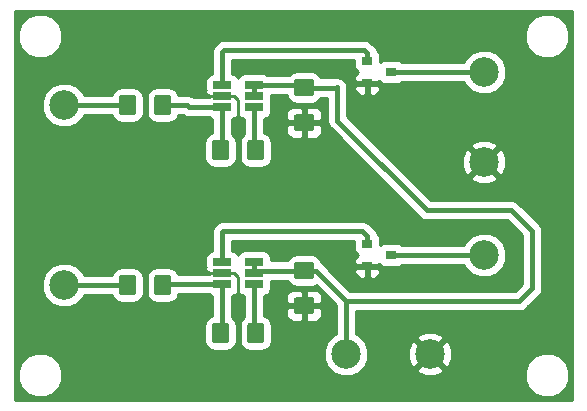
<source format=gbr>
G04 #@! TF.GenerationSoftware,KiCad,Pcbnew,5.0.2+dfsg1-1*
G04 #@! TF.CreationDate,2019-12-28T21:20:38-05:00*
G04 #@! TF.ProjectId,2001captchpad,32303031-6361-4707-9463-687061642e6b,rev?*
G04 #@! TF.SameCoordinates,Original*
G04 #@! TF.FileFunction,Copper,L1,Top*
G04 #@! TF.FilePolarity,Positive*
%FSLAX46Y46*%
G04 Gerber Fmt 4.6, Leading zero omitted, Abs format (unit mm)*
G04 Created by KiCad (PCBNEW 5.0.2+dfsg1-1) date Sat 28 Dec 2019 09:20:38 PM EST*
%MOMM*%
%LPD*%
G01*
G04 APERTURE LIST*
G04 #@! TA.AperFunction,Conductor*
%ADD10C,0.100000*%
G04 #@! TD*
G04 #@! TA.AperFunction,SMDPad,CuDef*
%ADD11C,1.425000*%
G04 #@! TD*
G04 #@! TA.AperFunction,ComponentPad*
%ADD12C,2.499360*%
G04 #@! TD*
G04 #@! TA.AperFunction,SMDPad,CuDef*
%ADD13R,0.900000X0.800000*%
G04 #@! TD*
G04 #@! TA.AperFunction,SMDPad,CuDef*
%ADD14R,1.560000X0.650000*%
G04 #@! TD*
G04 #@! TA.AperFunction,ViaPad*
%ADD15C,0.800000*%
G04 #@! TD*
G04 #@! TA.AperFunction,Conductor*
%ADD16C,0.450000*%
G04 #@! TD*
G04 #@! TA.AperFunction,Conductor*
%ADD17C,0.250000*%
G04 #@! TD*
G04 #@! TA.AperFunction,Conductor*
%ADD18C,0.254000*%
G04 #@! TD*
G04 APERTURE END LIST*
D10*
G04 #@! TO.N,+3V3*
G04 #@! TO.C,C1*
G36*
X163971504Y-88733204D02*
X163995773Y-88736804D01*
X164019571Y-88742765D01*
X164042671Y-88751030D01*
X164064849Y-88761520D01*
X164085893Y-88774133D01*
X164105598Y-88788747D01*
X164123777Y-88805223D01*
X164140253Y-88823402D01*
X164154867Y-88843107D01*
X164167480Y-88864151D01*
X164177970Y-88886329D01*
X164186235Y-88909429D01*
X164192196Y-88933227D01*
X164195796Y-88957496D01*
X164197000Y-88982000D01*
X164197000Y-89907000D01*
X164195796Y-89931504D01*
X164192196Y-89955773D01*
X164186235Y-89979571D01*
X164177970Y-90002671D01*
X164167480Y-90024849D01*
X164154867Y-90045893D01*
X164140253Y-90065598D01*
X164123777Y-90083777D01*
X164105598Y-90100253D01*
X164085893Y-90114867D01*
X164064849Y-90127480D01*
X164042671Y-90137970D01*
X164019571Y-90146235D01*
X163995773Y-90152196D01*
X163971504Y-90155796D01*
X163947000Y-90157000D01*
X162697000Y-90157000D01*
X162672496Y-90155796D01*
X162648227Y-90152196D01*
X162624429Y-90146235D01*
X162601329Y-90137970D01*
X162579151Y-90127480D01*
X162558107Y-90114867D01*
X162538402Y-90100253D01*
X162520223Y-90083777D01*
X162503747Y-90065598D01*
X162489133Y-90045893D01*
X162476520Y-90024849D01*
X162466030Y-90002671D01*
X162457765Y-89979571D01*
X162451804Y-89955773D01*
X162448204Y-89931504D01*
X162447000Y-89907000D01*
X162447000Y-88982000D01*
X162448204Y-88957496D01*
X162451804Y-88933227D01*
X162457765Y-88909429D01*
X162466030Y-88886329D01*
X162476520Y-88864151D01*
X162489133Y-88843107D01*
X162503747Y-88823402D01*
X162520223Y-88805223D01*
X162538402Y-88788747D01*
X162558107Y-88774133D01*
X162579151Y-88761520D01*
X162601329Y-88751030D01*
X162624429Y-88742765D01*
X162648227Y-88736804D01*
X162672496Y-88733204D01*
X162697000Y-88732000D01*
X163947000Y-88732000D01*
X163971504Y-88733204D01*
X163971504Y-88733204D01*
G37*
D11*
G04 #@! TD*
G04 #@! TO.P,C1,2*
G04 #@! TO.N,+3V3*
X163322000Y-89444500D03*
D10*
G04 #@! TO.N,GND*
G04 #@! TO.C,C1*
G36*
X163971504Y-91708204D02*
X163995773Y-91711804D01*
X164019571Y-91717765D01*
X164042671Y-91726030D01*
X164064849Y-91736520D01*
X164085893Y-91749133D01*
X164105598Y-91763747D01*
X164123777Y-91780223D01*
X164140253Y-91798402D01*
X164154867Y-91818107D01*
X164167480Y-91839151D01*
X164177970Y-91861329D01*
X164186235Y-91884429D01*
X164192196Y-91908227D01*
X164195796Y-91932496D01*
X164197000Y-91957000D01*
X164197000Y-92882000D01*
X164195796Y-92906504D01*
X164192196Y-92930773D01*
X164186235Y-92954571D01*
X164177970Y-92977671D01*
X164167480Y-92999849D01*
X164154867Y-93020893D01*
X164140253Y-93040598D01*
X164123777Y-93058777D01*
X164105598Y-93075253D01*
X164085893Y-93089867D01*
X164064849Y-93102480D01*
X164042671Y-93112970D01*
X164019571Y-93121235D01*
X163995773Y-93127196D01*
X163971504Y-93130796D01*
X163947000Y-93132000D01*
X162697000Y-93132000D01*
X162672496Y-93130796D01*
X162648227Y-93127196D01*
X162624429Y-93121235D01*
X162601329Y-93112970D01*
X162579151Y-93102480D01*
X162558107Y-93089867D01*
X162538402Y-93075253D01*
X162520223Y-93058777D01*
X162503747Y-93040598D01*
X162489133Y-93020893D01*
X162476520Y-92999849D01*
X162466030Y-92977671D01*
X162457765Y-92954571D01*
X162451804Y-92930773D01*
X162448204Y-92906504D01*
X162447000Y-92882000D01*
X162447000Y-91957000D01*
X162448204Y-91932496D01*
X162451804Y-91908227D01*
X162457765Y-91884429D01*
X162466030Y-91861329D01*
X162476520Y-91839151D01*
X162489133Y-91818107D01*
X162503747Y-91798402D01*
X162520223Y-91780223D01*
X162538402Y-91763747D01*
X162558107Y-91749133D01*
X162579151Y-91736520D01*
X162601329Y-91726030D01*
X162624429Y-91717765D01*
X162648227Y-91711804D01*
X162672496Y-91708204D01*
X162697000Y-91707000D01*
X163947000Y-91707000D01*
X163971504Y-91708204D01*
X163971504Y-91708204D01*
G37*
D11*
G04 #@! TD*
G04 #@! TO.P,C1,1*
G04 #@! TO.N,GND*
X163322000Y-92419500D03*
D10*
G04 #@! TO.N,Net-(C2-Pad2)*
G04 #@! TO.C,C2*
G36*
X159708504Y-93868204D02*
X159732773Y-93871804D01*
X159756571Y-93877765D01*
X159779671Y-93886030D01*
X159801849Y-93896520D01*
X159822893Y-93909133D01*
X159842598Y-93923747D01*
X159860777Y-93940223D01*
X159877253Y-93958402D01*
X159891867Y-93978107D01*
X159904480Y-93999151D01*
X159914970Y-94021329D01*
X159923235Y-94044429D01*
X159929196Y-94068227D01*
X159932796Y-94092496D01*
X159934000Y-94117000D01*
X159934000Y-95367000D01*
X159932796Y-95391504D01*
X159929196Y-95415773D01*
X159923235Y-95439571D01*
X159914970Y-95462671D01*
X159904480Y-95484849D01*
X159891867Y-95505893D01*
X159877253Y-95525598D01*
X159860777Y-95543777D01*
X159842598Y-95560253D01*
X159822893Y-95574867D01*
X159801849Y-95587480D01*
X159779671Y-95597970D01*
X159756571Y-95606235D01*
X159732773Y-95612196D01*
X159708504Y-95615796D01*
X159684000Y-95617000D01*
X158759000Y-95617000D01*
X158734496Y-95615796D01*
X158710227Y-95612196D01*
X158686429Y-95606235D01*
X158663329Y-95597970D01*
X158641151Y-95587480D01*
X158620107Y-95574867D01*
X158600402Y-95560253D01*
X158582223Y-95543777D01*
X158565747Y-95525598D01*
X158551133Y-95505893D01*
X158538520Y-95484849D01*
X158528030Y-95462671D01*
X158519765Y-95439571D01*
X158513804Y-95415773D01*
X158510204Y-95391504D01*
X158509000Y-95367000D01*
X158509000Y-94117000D01*
X158510204Y-94092496D01*
X158513804Y-94068227D01*
X158519765Y-94044429D01*
X158528030Y-94021329D01*
X158538520Y-93999151D01*
X158551133Y-93978107D01*
X158565747Y-93958402D01*
X158582223Y-93940223D01*
X158600402Y-93923747D01*
X158620107Y-93909133D01*
X158641151Y-93896520D01*
X158663329Y-93886030D01*
X158686429Y-93877765D01*
X158710227Y-93871804D01*
X158734496Y-93868204D01*
X158759000Y-93867000D01*
X159684000Y-93867000D01*
X159708504Y-93868204D01*
X159708504Y-93868204D01*
G37*
D11*
G04 #@! TD*
G04 #@! TO.P,C2,2*
G04 #@! TO.N,Net-(C2-Pad2)*
X159221500Y-94742000D03*
D10*
G04 #@! TO.N,Net-(C2-Pad1)*
G04 #@! TO.C,C2*
G36*
X156733504Y-93868204D02*
X156757773Y-93871804D01*
X156781571Y-93877765D01*
X156804671Y-93886030D01*
X156826849Y-93896520D01*
X156847893Y-93909133D01*
X156867598Y-93923747D01*
X156885777Y-93940223D01*
X156902253Y-93958402D01*
X156916867Y-93978107D01*
X156929480Y-93999151D01*
X156939970Y-94021329D01*
X156948235Y-94044429D01*
X156954196Y-94068227D01*
X156957796Y-94092496D01*
X156959000Y-94117000D01*
X156959000Y-95367000D01*
X156957796Y-95391504D01*
X156954196Y-95415773D01*
X156948235Y-95439571D01*
X156939970Y-95462671D01*
X156929480Y-95484849D01*
X156916867Y-95505893D01*
X156902253Y-95525598D01*
X156885777Y-95543777D01*
X156867598Y-95560253D01*
X156847893Y-95574867D01*
X156826849Y-95587480D01*
X156804671Y-95597970D01*
X156781571Y-95606235D01*
X156757773Y-95612196D01*
X156733504Y-95615796D01*
X156709000Y-95617000D01*
X155784000Y-95617000D01*
X155759496Y-95615796D01*
X155735227Y-95612196D01*
X155711429Y-95606235D01*
X155688329Y-95597970D01*
X155666151Y-95587480D01*
X155645107Y-95574867D01*
X155625402Y-95560253D01*
X155607223Y-95543777D01*
X155590747Y-95525598D01*
X155576133Y-95505893D01*
X155563520Y-95484849D01*
X155553030Y-95462671D01*
X155544765Y-95439571D01*
X155538804Y-95415773D01*
X155535204Y-95391504D01*
X155534000Y-95367000D01*
X155534000Y-94117000D01*
X155535204Y-94092496D01*
X155538804Y-94068227D01*
X155544765Y-94044429D01*
X155553030Y-94021329D01*
X155563520Y-93999151D01*
X155576133Y-93978107D01*
X155590747Y-93958402D01*
X155607223Y-93940223D01*
X155625402Y-93923747D01*
X155645107Y-93909133D01*
X155666151Y-93896520D01*
X155688329Y-93886030D01*
X155711429Y-93877765D01*
X155735227Y-93871804D01*
X155759496Y-93868204D01*
X155784000Y-93867000D01*
X156709000Y-93867000D01*
X156733504Y-93868204D01*
X156733504Y-93868204D01*
G37*
D11*
G04 #@! TD*
G04 #@! TO.P,C2,1*
G04 #@! TO.N,Net-(C2-Pad1)*
X156246500Y-94742000D03*
D10*
G04 #@! TO.N,+3V3*
G04 #@! TO.C,C3*
G36*
X163971504Y-104227204D02*
X163995773Y-104230804D01*
X164019571Y-104236765D01*
X164042671Y-104245030D01*
X164064849Y-104255520D01*
X164085893Y-104268133D01*
X164105598Y-104282747D01*
X164123777Y-104299223D01*
X164140253Y-104317402D01*
X164154867Y-104337107D01*
X164167480Y-104358151D01*
X164177970Y-104380329D01*
X164186235Y-104403429D01*
X164192196Y-104427227D01*
X164195796Y-104451496D01*
X164197000Y-104476000D01*
X164197000Y-105401000D01*
X164195796Y-105425504D01*
X164192196Y-105449773D01*
X164186235Y-105473571D01*
X164177970Y-105496671D01*
X164167480Y-105518849D01*
X164154867Y-105539893D01*
X164140253Y-105559598D01*
X164123777Y-105577777D01*
X164105598Y-105594253D01*
X164085893Y-105608867D01*
X164064849Y-105621480D01*
X164042671Y-105631970D01*
X164019571Y-105640235D01*
X163995773Y-105646196D01*
X163971504Y-105649796D01*
X163947000Y-105651000D01*
X162697000Y-105651000D01*
X162672496Y-105649796D01*
X162648227Y-105646196D01*
X162624429Y-105640235D01*
X162601329Y-105631970D01*
X162579151Y-105621480D01*
X162558107Y-105608867D01*
X162538402Y-105594253D01*
X162520223Y-105577777D01*
X162503747Y-105559598D01*
X162489133Y-105539893D01*
X162476520Y-105518849D01*
X162466030Y-105496671D01*
X162457765Y-105473571D01*
X162451804Y-105449773D01*
X162448204Y-105425504D01*
X162447000Y-105401000D01*
X162447000Y-104476000D01*
X162448204Y-104451496D01*
X162451804Y-104427227D01*
X162457765Y-104403429D01*
X162466030Y-104380329D01*
X162476520Y-104358151D01*
X162489133Y-104337107D01*
X162503747Y-104317402D01*
X162520223Y-104299223D01*
X162538402Y-104282747D01*
X162558107Y-104268133D01*
X162579151Y-104255520D01*
X162601329Y-104245030D01*
X162624429Y-104236765D01*
X162648227Y-104230804D01*
X162672496Y-104227204D01*
X162697000Y-104226000D01*
X163947000Y-104226000D01*
X163971504Y-104227204D01*
X163971504Y-104227204D01*
G37*
D11*
G04 #@! TD*
G04 #@! TO.P,C3,2*
G04 #@! TO.N,+3V3*
X163322000Y-104938500D03*
D10*
G04 #@! TO.N,GND*
G04 #@! TO.C,C3*
G36*
X163971504Y-107202204D02*
X163995773Y-107205804D01*
X164019571Y-107211765D01*
X164042671Y-107220030D01*
X164064849Y-107230520D01*
X164085893Y-107243133D01*
X164105598Y-107257747D01*
X164123777Y-107274223D01*
X164140253Y-107292402D01*
X164154867Y-107312107D01*
X164167480Y-107333151D01*
X164177970Y-107355329D01*
X164186235Y-107378429D01*
X164192196Y-107402227D01*
X164195796Y-107426496D01*
X164197000Y-107451000D01*
X164197000Y-108376000D01*
X164195796Y-108400504D01*
X164192196Y-108424773D01*
X164186235Y-108448571D01*
X164177970Y-108471671D01*
X164167480Y-108493849D01*
X164154867Y-108514893D01*
X164140253Y-108534598D01*
X164123777Y-108552777D01*
X164105598Y-108569253D01*
X164085893Y-108583867D01*
X164064849Y-108596480D01*
X164042671Y-108606970D01*
X164019571Y-108615235D01*
X163995773Y-108621196D01*
X163971504Y-108624796D01*
X163947000Y-108626000D01*
X162697000Y-108626000D01*
X162672496Y-108624796D01*
X162648227Y-108621196D01*
X162624429Y-108615235D01*
X162601329Y-108606970D01*
X162579151Y-108596480D01*
X162558107Y-108583867D01*
X162538402Y-108569253D01*
X162520223Y-108552777D01*
X162503747Y-108534598D01*
X162489133Y-108514893D01*
X162476520Y-108493849D01*
X162466030Y-108471671D01*
X162457765Y-108448571D01*
X162451804Y-108424773D01*
X162448204Y-108400504D01*
X162447000Y-108376000D01*
X162447000Y-107451000D01*
X162448204Y-107426496D01*
X162451804Y-107402227D01*
X162457765Y-107378429D01*
X162466030Y-107355329D01*
X162476520Y-107333151D01*
X162489133Y-107312107D01*
X162503747Y-107292402D01*
X162520223Y-107274223D01*
X162538402Y-107257747D01*
X162558107Y-107243133D01*
X162579151Y-107230520D01*
X162601329Y-107220030D01*
X162624429Y-107211765D01*
X162648227Y-107205804D01*
X162672496Y-107202204D01*
X162697000Y-107201000D01*
X163947000Y-107201000D01*
X163971504Y-107202204D01*
X163971504Y-107202204D01*
G37*
D11*
G04 #@! TD*
G04 #@! TO.P,C3,1*
G04 #@! TO.N,GND*
X163322000Y-107913500D03*
D10*
G04 #@! TO.N,Net-(C4-Pad2)*
G04 #@! TO.C,C4*
G36*
X159708504Y-109362204D02*
X159732773Y-109365804D01*
X159756571Y-109371765D01*
X159779671Y-109380030D01*
X159801849Y-109390520D01*
X159822893Y-109403133D01*
X159842598Y-109417747D01*
X159860777Y-109434223D01*
X159877253Y-109452402D01*
X159891867Y-109472107D01*
X159904480Y-109493151D01*
X159914970Y-109515329D01*
X159923235Y-109538429D01*
X159929196Y-109562227D01*
X159932796Y-109586496D01*
X159934000Y-109611000D01*
X159934000Y-110861000D01*
X159932796Y-110885504D01*
X159929196Y-110909773D01*
X159923235Y-110933571D01*
X159914970Y-110956671D01*
X159904480Y-110978849D01*
X159891867Y-110999893D01*
X159877253Y-111019598D01*
X159860777Y-111037777D01*
X159842598Y-111054253D01*
X159822893Y-111068867D01*
X159801849Y-111081480D01*
X159779671Y-111091970D01*
X159756571Y-111100235D01*
X159732773Y-111106196D01*
X159708504Y-111109796D01*
X159684000Y-111111000D01*
X158759000Y-111111000D01*
X158734496Y-111109796D01*
X158710227Y-111106196D01*
X158686429Y-111100235D01*
X158663329Y-111091970D01*
X158641151Y-111081480D01*
X158620107Y-111068867D01*
X158600402Y-111054253D01*
X158582223Y-111037777D01*
X158565747Y-111019598D01*
X158551133Y-110999893D01*
X158538520Y-110978849D01*
X158528030Y-110956671D01*
X158519765Y-110933571D01*
X158513804Y-110909773D01*
X158510204Y-110885504D01*
X158509000Y-110861000D01*
X158509000Y-109611000D01*
X158510204Y-109586496D01*
X158513804Y-109562227D01*
X158519765Y-109538429D01*
X158528030Y-109515329D01*
X158538520Y-109493151D01*
X158551133Y-109472107D01*
X158565747Y-109452402D01*
X158582223Y-109434223D01*
X158600402Y-109417747D01*
X158620107Y-109403133D01*
X158641151Y-109390520D01*
X158663329Y-109380030D01*
X158686429Y-109371765D01*
X158710227Y-109365804D01*
X158734496Y-109362204D01*
X158759000Y-109361000D01*
X159684000Y-109361000D01*
X159708504Y-109362204D01*
X159708504Y-109362204D01*
G37*
D11*
G04 #@! TD*
G04 #@! TO.P,C4,2*
G04 #@! TO.N,Net-(C4-Pad2)*
X159221500Y-110236000D03*
D10*
G04 #@! TO.N,Net-(C4-Pad1)*
G04 #@! TO.C,C4*
G36*
X156733504Y-109362204D02*
X156757773Y-109365804D01*
X156781571Y-109371765D01*
X156804671Y-109380030D01*
X156826849Y-109390520D01*
X156847893Y-109403133D01*
X156867598Y-109417747D01*
X156885777Y-109434223D01*
X156902253Y-109452402D01*
X156916867Y-109472107D01*
X156929480Y-109493151D01*
X156939970Y-109515329D01*
X156948235Y-109538429D01*
X156954196Y-109562227D01*
X156957796Y-109586496D01*
X156959000Y-109611000D01*
X156959000Y-110861000D01*
X156957796Y-110885504D01*
X156954196Y-110909773D01*
X156948235Y-110933571D01*
X156939970Y-110956671D01*
X156929480Y-110978849D01*
X156916867Y-110999893D01*
X156902253Y-111019598D01*
X156885777Y-111037777D01*
X156867598Y-111054253D01*
X156847893Y-111068867D01*
X156826849Y-111081480D01*
X156804671Y-111091970D01*
X156781571Y-111100235D01*
X156757773Y-111106196D01*
X156733504Y-111109796D01*
X156709000Y-111111000D01*
X155784000Y-111111000D01*
X155759496Y-111109796D01*
X155735227Y-111106196D01*
X155711429Y-111100235D01*
X155688329Y-111091970D01*
X155666151Y-111081480D01*
X155645107Y-111068867D01*
X155625402Y-111054253D01*
X155607223Y-111037777D01*
X155590747Y-111019598D01*
X155576133Y-110999893D01*
X155563520Y-110978849D01*
X155553030Y-110956671D01*
X155544765Y-110933571D01*
X155538804Y-110909773D01*
X155535204Y-110885504D01*
X155534000Y-110861000D01*
X155534000Y-109611000D01*
X155535204Y-109586496D01*
X155538804Y-109562227D01*
X155544765Y-109538429D01*
X155553030Y-109515329D01*
X155563520Y-109493151D01*
X155576133Y-109472107D01*
X155590747Y-109452402D01*
X155607223Y-109434223D01*
X155625402Y-109417747D01*
X155645107Y-109403133D01*
X155666151Y-109390520D01*
X155688329Y-109380030D01*
X155711429Y-109371765D01*
X155735227Y-109365804D01*
X155759496Y-109362204D01*
X155784000Y-109361000D01*
X156709000Y-109361000D01*
X156733504Y-109362204D01*
X156733504Y-109362204D01*
G37*
D11*
G04 #@! TD*
G04 #@! TO.P,C4,1*
G04 #@! TO.N,Net-(C4-Pad1)*
X156246500Y-110236000D03*
D12*
G04 #@! TO.P,J1,1*
G04 #@! TO.N,Net-(J1-Pad1)*
X178562000Y-88138000D03*
G04 #@! TD*
G04 #@! TO.P,J2,1*
G04 #@! TO.N,GND*
X178562000Y-95758000D03*
G04 #@! TD*
G04 #@! TO.P,J3,1*
G04 #@! TO.N,Net-(J3-Pad1)*
X178562000Y-103632000D03*
G04 #@! TD*
G04 #@! TO.P,J4,1*
G04 #@! TO.N,Net-(J4-Pad1)*
X143002000Y-90932000D03*
G04 #@! TD*
G04 #@! TO.P,J5,1*
G04 #@! TO.N,Net-(J5-Pad1)*
X143002000Y-106172000D03*
G04 #@! TD*
G04 #@! TO.P,J6,1*
G04 #@! TO.N,+3V3*
X166878000Y-112014000D03*
G04 #@! TD*
G04 #@! TO.P,J7,1*
G04 #@! TO.N,GND*
X173990000Y-112014000D03*
G04 #@! TD*
D13*
G04 #@! TO.P,Q1,3*
G04 #@! TO.N,Net-(J1-Pad1)*
X170672000Y-88138000D03*
G04 #@! TO.P,Q1,2*
G04 #@! TO.N,GND*
X168672000Y-89088000D03*
G04 #@! TO.P,Q1,1*
G04 #@! TO.N,Net-(Q1-Pad1)*
X168672000Y-87188000D03*
G04 #@! TD*
G04 #@! TO.P,Q2,3*
G04 #@! TO.N,Net-(J3-Pad1)*
X170672000Y-103632000D03*
G04 #@! TO.P,Q2,2*
G04 #@! TO.N,GND*
X168672000Y-104582000D03*
G04 #@! TO.P,Q2,1*
G04 #@! TO.N,Net-(Q2-Pad1)*
X168672000Y-102682000D03*
G04 #@! TD*
D10*
G04 #@! TO.N,Net-(C2-Pad1)*
G04 #@! TO.C,R1*
G36*
X151834504Y-90058204D02*
X151858773Y-90061804D01*
X151882571Y-90067765D01*
X151905671Y-90076030D01*
X151927849Y-90086520D01*
X151948893Y-90099133D01*
X151968598Y-90113747D01*
X151986777Y-90130223D01*
X152003253Y-90148402D01*
X152017867Y-90168107D01*
X152030480Y-90189151D01*
X152040970Y-90211329D01*
X152049235Y-90234429D01*
X152055196Y-90258227D01*
X152058796Y-90282496D01*
X152060000Y-90307000D01*
X152060000Y-91557000D01*
X152058796Y-91581504D01*
X152055196Y-91605773D01*
X152049235Y-91629571D01*
X152040970Y-91652671D01*
X152030480Y-91674849D01*
X152017867Y-91695893D01*
X152003253Y-91715598D01*
X151986777Y-91733777D01*
X151968598Y-91750253D01*
X151948893Y-91764867D01*
X151927849Y-91777480D01*
X151905671Y-91787970D01*
X151882571Y-91796235D01*
X151858773Y-91802196D01*
X151834504Y-91805796D01*
X151810000Y-91807000D01*
X150885000Y-91807000D01*
X150860496Y-91805796D01*
X150836227Y-91802196D01*
X150812429Y-91796235D01*
X150789329Y-91787970D01*
X150767151Y-91777480D01*
X150746107Y-91764867D01*
X150726402Y-91750253D01*
X150708223Y-91733777D01*
X150691747Y-91715598D01*
X150677133Y-91695893D01*
X150664520Y-91674849D01*
X150654030Y-91652671D01*
X150645765Y-91629571D01*
X150639804Y-91605773D01*
X150636204Y-91581504D01*
X150635000Y-91557000D01*
X150635000Y-90307000D01*
X150636204Y-90282496D01*
X150639804Y-90258227D01*
X150645765Y-90234429D01*
X150654030Y-90211329D01*
X150664520Y-90189151D01*
X150677133Y-90168107D01*
X150691747Y-90148402D01*
X150708223Y-90130223D01*
X150726402Y-90113747D01*
X150746107Y-90099133D01*
X150767151Y-90086520D01*
X150789329Y-90076030D01*
X150812429Y-90067765D01*
X150836227Y-90061804D01*
X150860496Y-90058204D01*
X150885000Y-90057000D01*
X151810000Y-90057000D01*
X151834504Y-90058204D01*
X151834504Y-90058204D01*
G37*
D11*
G04 #@! TD*
G04 #@! TO.P,R1,2*
G04 #@! TO.N,Net-(C2-Pad1)*
X151347500Y-90932000D03*
D10*
G04 #@! TO.N,Net-(J4-Pad1)*
G04 #@! TO.C,R1*
G36*
X148859504Y-90058204D02*
X148883773Y-90061804D01*
X148907571Y-90067765D01*
X148930671Y-90076030D01*
X148952849Y-90086520D01*
X148973893Y-90099133D01*
X148993598Y-90113747D01*
X149011777Y-90130223D01*
X149028253Y-90148402D01*
X149042867Y-90168107D01*
X149055480Y-90189151D01*
X149065970Y-90211329D01*
X149074235Y-90234429D01*
X149080196Y-90258227D01*
X149083796Y-90282496D01*
X149085000Y-90307000D01*
X149085000Y-91557000D01*
X149083796Y-91581504D01*
X149080196Y-91605773D01*
X149074235Y-91629571D01*
X149065970Y-91652671D01*
X149055480Y-91674849D01*
X149042867Y-91695893D01*
X149028253Y-91715598D01*
X149011777Y-91733777D01*
X148993598Y-91750253D01*
X148973893Y-91764867D01*
X148952849Y-91777480D01*
X148930671Y-91787970D01*
X148907571Y-91796235D01*
X148883773Y-91802196D01*
X148859504Y-91805796D01*
X148835000Y-91807000D01*
X147910000Y-91807000D01*
X147885496Y-91805796D01*
X147861227Y-91802196D01*
X147837429Y-91796235D01*
X147814329Y-91787970D01*
X147792151Y-91777480D01*
X147771107Y-91764867D01*
X147751402Y-91750253D01*
X147733223Y-91733777D01*
X147716747Y-91715598D01*
X147702133Y-91695893D01*
X147689520Y-91674849D01*
X147679030Y-91652671D01*
X147670765Y-91629571D01*
X147664804Y-91605773D01*
X147661204Y-91581504D01*
X147660000Y-91557000D01*
X147660000Y-90307000D01*
X147661204Y-90282496D01*
X147664804Y-90258227D01*
X147670765Y-90234429D01*
X147679030Y-90211329D01*
X147689520Y-90189151D01*
X147702133Y-90168107D01*
X147716747Y-90148402D01*
X147733223Y-90130223D01*
X147751402Y-90113747D01*
X147771107Y-90099133D01*
X147792151Y-90086520D01*
X147814329Y-90076030D01*
X147837429Y-90067765D01*
X147861227Y-90061804D01*
X147885496Y-90058204D01*
X147910000Y-90057000D01*
X148835000Y-90057000D01*
X148859504Y-90058204D01*
X148859504Y-90058204D01*
G37*
D11*
G04 #@! TD*
G04 #@! TO.P,R1,1*
G04 #@! TO.N,Net-(J4-Pad1)*
X148372500Y-90932000D03*
D10*
G04 #@! TO.N,Net-(C4-Pad1)*
G04 #@! TO.C,R2*
G36*
X151834504Y-105298204D02*
X151858773Y-105301804D01*
X151882571Y-105307765D01*
X151905671Y-105316030D01*
X151927849Y-105326520D01*
X151948893Y-105339133D01*
X151968598Y-105353747D01*
X151986777Y-105370223D01*
X152003253Y-105388402D01*
X152017867Y-105408107D01*
X152030480Y-105429151D01*
X152040970Y-105451329D01*
X152049235Y-105474429D01*
X152055196Y-105498227D01*
X152058796Y-105522496D01*
X152060000Y-105547000D01*
X152060000Y-106797000D01*
X152058796Y-106821504D01*
X152055196Y-106845773D01*
X152049235Y-106869571D01*
X152040970Y-106892671D01*
X152030480Y-106914849D01*
X152017867Y-106935893D01*
X152003253Y-106955598D01*
X151986777Y-106973777D01*
X151968598Y-106990253D01*
X151948893Y-107004867D01*
X151927849Y-107017480D01*
X151905671Y-107027970D01*
X151882571Y-107036235D01*
X151858773Y-107042196D01*
X151834504Y-107045796D01*
X151810000Y-107047000D01*
X150885000Y-107047000D01*
X150860496Y-107045796D01*
X150836227Y-107042196D01*
X150812429Y-107036235D01*
X150789329Y-107027970D01*
X150767151Y-107017480D01*
X150746107Y-107004867D01*
X150726402Y-106990253D01*
X150708223Y-106973777D01*
X150691747Y-106955598D01*
X150677133Y-106935893D01*
X150664520Y-106914849D01*
X150654030Y-106892671D01*
X150645765Y-106869571D01*
X150639804Y-106845773D01*
X150636204Y-106821504D01*
X150635000Y-106797000D01*
X150635000Y-105547000D01*
X150636204Y-105522496D01*
X150639804Y-105498227D01*
X150645765Y-105474429D01*
X150654030Y-105451329D01*
X150664520Y-105429151D01*
X150677133Y-105408107D01*
X150691747Y-105388402D01*
X150708223Y-105370223D01*
X150726402Y-105353747D01*
X150746107Y-105339133D01*
X150767151Y-105326520D01*
X150789329Y-105316030D01*
X150812429Y-105307765D01*
X150836227Y-105301804D01*
X150860496Y-105298204D01*
X150885000Y-105297000D01*
X151810000Y-105297000D01*
X151834504Y-105298204D01*
X151834504Y-105298204D01*
G37*
D11*
G04 #@! TD*
G04 #@! TO.P,R2,2*
G04 #@! TO.N,Net-(C4-Pad1)*
X151347500Y-106172000D03*
D10*
G04 #@! TO.N,Net-(J5-Pad1)*
G04 #@! TO.C,R2*
G36*
X148859504Y-105298204D02*
X148883773Y-105301804D01*
X148907571Y-105307765D01*
X148930671Y-105316030D01*
X148952849Y-105326520D01*
X148973893Y-105339133D01*
X148993598Y-105353747D01*
X149011777Y-105370223D01*
X149028253Y-105388402D01*
X149042867Y-105408107D01*
X149055480Y-105429151D01*
X149065970Y-105451329D01*
X149074235Y-105474429D01*
X149080196Y-105498227D01*
X149083796Y-105522496D01*
X149085000Y-105547000D01*
X149085000Y-106797000D01*
X149083796Y-106821504D01*
X149080196Y-106845773D01*
X149074235Y-106869571D01*
X149065970Y-106892671D01*
X149055480Y-106914849D01*
X149042867Y-106935893D01*
X149028253Y-106955598D01*
X149011777Y-106973777D01*
X148993598Y-106990253D01*
X148973893Y-107004867D01*
X148952849Y-107017480D01*
X148930671Y-107027970D01*
X148907571Y-107036235D01*
X148883773Y-107042196D01*
X148859504Y-107045796D01*
X148835000Y-107047000D01*
X147910000Y-107047000D01*
X147885496Y-107045796D01*
X147861227Y-107042196D01*
X147837429Y-107036235D01*
X147814329Y-107027970D01*
X147792151Y-107017480D01*
X147771107Y-107004867D01*
X147751402Y-106990253D01*
X147733223Y-106973777D01*
X147716747Y-106955598D01*
X147702133Y-106935893D01*
X147689520Y-106914849D01*
X147679030Y-106892671D01*
X147670765Y-106869571D01*
X147664804Y-106845773D01*
X147661204Y-106821504D01*
X147660000Y-106797000D01*
X147660000Y-105547000D01*
X147661204Y-105522496D01*
X147664804Y-105498227D01*
X147670765Y-105474429D01*
X147679030Y-105451329D01*
X147689520Y-105429151D01*
X147702133Y-105408107D01*
X147716747Y-105388402D01*
X147733223Y-105370223D01*
X147751402Y-105353747D01*
X147771107Y-105339133D01*
X147792151Y-105326520D01*
X147814329Y-105316030D01*
X147837429Y-105307765D01*
X147861227Y-105301804D01*
X147885496Y-105298204D01*
X147910000Y-105297000D01*
X148835000Y-105297000D01*
X148859504Y-105298204D01*
X148859504Y-105298204D01*
G37*
D11*
G04 #@! TD*
G04 #@! TO.P,R2,1*
G04 #@! TO.N,Net-(J5-Pad1)*
X148372500Y-106172000D03*
D14*
G04 #@! TO.P,U1,5*
G04 #@! TO.N,+3V3*
X159084000Y-90170000D03*
G04 #@! TO.P,U1,6*
X159084000Y-89220000D03*
G04 #@! TO.P,U1,4*
G04 #@! TO.N,Net-(C2-Pad2)*
X159084000Y-91120000D03*
G04 #@! TO.P,U1,3*
G04 #@! TO.N,Net-(C2-Pad1)*
X156384000Y-91120000D03*
G04 #@! TO.P,U1,2*
G04 #@! TO.N,GND*
X156384000Y-90170000D03*
G04 #@! TO.P,U1,1*
G04 #@! TO.N,Net-(Q1-Pad1)*
X156384000Y-89220000D03*
G04 #@! TD*
G04 #@! TO.P,U2,5*
G04 #@! TO.N,+3V3*
X159084000Y-105156000D03*
G04 #@! TO.P,U2,6*
X159084000Y-104206000D03*
G04 #@! TO.P,U2,4*
G04 #@! TO.N,Net-(C4-Pad2)*
X159084000Y-106106000D03*
G04 #@! TO.P,U2,3*
G04 #@! TO.N,Net-(C4-Pad1)*
X156384000Y-106106000D03*
G04 #@! TO.P,U2,2*
G04 #@! TO.N,GND*
X156384000Y-105156000D03*
G04 #@! TO.P,U2,1*
G04 #@! TO.N,Net-(Q2-Pad1)*
X156384000Y-104206000D03*
G04 #@! TD*
D15*
G04 #@! TO.N,GND*
X176784000Y-112014000D03*
X170434000Y-112014000D03*
X163322000Y-112268000D03*
X178816000Y-109728000D03*
X178562000Y-98298000D03*
X178562000Y-90678000D03*
X140208000Y-90932000D03*
X139954000Y-106172000D03*
G04 #@! TD*
D16*
G04 #@! TO.N,+3V3*
X166878000Y-110246686D02*
X166878000Y-112014000D01*
X166878000Y-107519500D02*
X166878000Y-110246686D01*
X164297000Y-104938500D02*
X166878000Y-107519500D01*
X163322000Y-104938500D02*
X164297000Y-104938500D01*
D17*
X166878000Y-112014000D02*
X166878000Y-108458000D01*
D16*
X166878000Y-107519500D02*
X181532500Y-107519500D01*
X181532500Y-107519500D02*
X182626000Y-106426000D01*
X182626000Y-106426000D02*
X182626000Y-101600000D01*
X182626000Y-101600000D02*
X180848000Y-99822000D01*
X173699500Y-99822000D02*
X166116000Y-92238500D01*
X180848000Y-99822000D02*
X173699500Y-99822000D01*
X166116000Y-92238500D02*
X166116000Y-89408000D01*
X166079500Y-89444500D02*
X163322000Y-89444500D01*
D17*
X166116000Y-89408000D02*
X166079500Y-89444500D01*
D16*
X159084000Y-104206000D02*
X159084000Y-105156000D01*
D17*
X159084000Y-104781000D02*
X159084000Y-104206000D01*
X159241500Y-104938500D02*
X159084000Y-104781000D01*
D16*
X163322000Y-104938500D02*
X159241500Y-104938500D01*
X159084000Y-90170000D02*
X159084000Y-89220000D01*
D17*
X163097500Y-89220000D02*
X163322000Y-89444500D01*
D16*
X159084000Y-89220000D02*
X163097500Y-89220000D01*
D17*
G04 #@! TO.N,GND*
X163322000Y-96774000D02*
X163322000Y-92419500D01*
X157734000Y-96774000D02*
X163322000Y-96774000D01*
X156384000Y-90170000D02*
X157414000Y-90170000D01*
X157734000Y-90490000D02*
X157734000Y-96774000D01*
X157414000Y-90170000D02*
X157734000Y-90490000D01*
X157414000Y-105156000D02*
X157734000Y-105476000D01*
X156384000Y-105156000D02*
X157414000Y-105156000D01*
X157734000Y-105476000D02*
X157734000Y-113284000D01*
X157734000Y-113284000D02*
X163322000Y-113284000D01*
X163322000Y-113284000D02*
X163322000Y-112268000D01*
X163322000Y-112268000D02*
X163322000Y-107913500D01*
D16*
G04 #@! TO.N,Net-(C2-Pad1)*
X151347500Y-90932000D02*
X153416000Y-90932000D01*
X153604000Y-91120000D02*
X156384000Y-91120000D01*
X153416000Y-90932000D02*
X153604000Y-91120000D01*
D17*
X156384000Y-94604500D02*
X156246500Y-94742000D01*
D16*
X156384000Y-91120000D02*
X156384000Y-94604500D01*
D17*
G04 #@! TO.N,Net-(C2-Pad2)*
X159084000Y-94604500D02*
X159221500Y-94742000D01*
D16*
X159084000Y-91120000D02*
X159084000Y-94604500D01*
D17*
G04 #@! TO.N,Net-(C4-Pad1)*
X156384000Y-110098500D02*
X156246500Y-110236000D01*
D16*
X156384000Y-106106000D02*
X156384000Y-110098500D01*
D17*
X151413500Y-106106000D02*
X151347500Y-106172000D01*
D16*
X156384000Y-106106000D02*
X151413500Y-106106000D01*
D17*
G04 #@! TO.N,Net-(C4-Pad2)*
X159084000Y-110098500D02*
X159221500Y-110236000D01*
D16*
X159084000Y-106106000D02*
X159084000Y-110098500D01*
G04 #@! TO.N,Net-(J1-Pad1)*
X170672000Y-88138000D02*
X178562000Y-88138000D01*
G04 #@! TO.N,Net-(J3-Pad1)*
X170672000Y-103632000D02*
X178562000Y-103632000D01*
G04 #@! TO.N,Net-(J4-Pad1)*
X143002000Y-90932000D02*
X148372500Y-90932000D01*
G04 #@! TO.N,Net-(J5-Pad1)*
X143002000Y-106172000D02*
X148372500Y-106172000D01*
G04 #@! TO.N,Net-(Q1-Pad1)*
X168672000Y-86538000D02*
X168402000Y-86268000D01*
X168672000Y-87188000D02*
X168672000Y-86538000D01*
X168402000Y-86268000D02*
X156556000Y-86268000D01*
X156384000Y-86440000D02*
X156384000Y-89220000D01*
X156556000Y-86268000D02*
X156384000Y-86440000D01*
G04 #@! TO.N,Net-(Q2-Pad1)*
X156384000Y-101680000D02*
X156384000Y-104206000D01*
D17*
X156464000Y-101600000D02*
X156384000Y-101680000D01*
D16*
X168240000Y-101600000D02*
X156464000Y-101600000D01*
X168672000Y-102682000D02*
X168672000Y-102032000D01*
X168672000Y-102032000D02*
X168240000Y-101600000D01*
G04 #@! TD*
D18*
G04 #@! TO.N,GND*
G36*
X185980001Y-115876000D02*
X138886000Y-115876000D01*
X138886000Y-113417050D01*
X139085000Y-113417050D01*
X139085000Y-114166950D01*
X139371974Y-114859767D01*
X139902233Y-115390026D01*
X140595050Y-115677000D01*
X141344950Y-115677000D01*
X142037767Y-115390026D01*
X142568026Y-114859767D01*
X142855000Y-114166950D01*
X142855000Y-113417050D01*
X142568026Y-112724233D01*
X142037767Y-112193974D01*
X141344950Y-111907000D01*
X140595050Y-111907000D01*
X139902233Y-112193974D01*
X139371974Y-112724233D01*
X139085000Y-113417050D01*
X138886000Y-113417050D01*
X138886000Y-105797114D01*
X141117320Y-105797114D01*
X141117320Y-106546886D01*
X141404245Y-107239585D01*
X141934415Y-107769755D01*
X142627114Y-108056680D01*
X143376886Y-108056680D01*
X144069585Y-107769755D01*
X144599755Y-107239585D01*
X144685739Y-107032000D01*
X147059305Y-107032000D01*
X147080874Y-107140435D01*
X147275414Y-107431586D01*
X147566565Y-107626126D01*
X147910000Y-107694440D01*
X148835000Y-107694440D01*
X149178435Y-107626126D01*
X149469586Y-107431586D01*
X149664126Y-107140435D01*
X149732440Y-106797000D01*
X149732440Y-105547000D01*
X149664126Y-105203565D01*
X149469586Y-104912414D01*
X149178435Y-104717874D01*
X148835000Y-104649560D01*
X147910000Y-104649560D01*
X147566565Y-104717874D01*
X147275414Y-104912414D01*
X147080874Y-105203565D01*
X147059305Y-105312000D01*
X144685739Y-105312000D01*
X144599755Y-105104415D01*
X144069585Y-104574245D01*
X143376886Y-104287320D01*
X142627114Y-104287320D01*
X141934415Y-104574245D01*
X141404245Y-105104415D01*
X141117320Y-105797114D01*
X138886000Y-105797114D01*
X138886000Y-90557114D01*
X141117320Y-90557114D01*
X141117320Y-91306886D01*
X141404245Y-91999585D01*
X141934415Y-92529755D01*
X142627114Y-92816680D01*
X143376886Y-92816680D01*
X144069585Y-92529755D01*
X144599755Y-91999585D01*
X144685739Y-91792000D01*
X147059305Y-91792000D01*
X147080874Y-91900435D01*
X147275414Y-92191586D01*
X147566565Y-92386126D01*
X147910000Y-92454440D01*
X148835000Y-92454440D01*
X149178435Y-92386126D01*
X149469586Y-92191586D01*
X149664126Y-91900435D01*
X149732440Y-91557000D01*
X149732440Y-90307000D01*
X149987560Y-90307000D01*
X149987560Y-91557000D01*
X150055874Y-91900435D01*
X150250414Y-92191586D01*
X150541565Y-92386126D01*
X150885000Y-92454440D01*
X151810000Y-92454440D01*
X152153435Y-92386126D01*
X152444586Y-92191586D01*
X152639126Y-91900435D01*
X152660695Y-91792000D01*
X153061761Y-91792000D01*
X153268445Y-91930102D01*
X153519299Y-91980000D01*
X153519304Y-91980000D01*
X153603999Y-91996847D01*
X153688695Y-91980000D01*
X155261715Y-91980000D01*
X155356235Y-92043157D01*
X155524000Y-92076527D01*
X155524001Y-93271277D01*
X155440565Y-93287874D01*
X155149414Y-93482414D01*
X154954874Y-93773565D01*
X154886560Y-94117000D01*
X154886560Y-95367000D01*
X154954874Y-95710435D01*
X155149414Y-96001586D01*
X155440565Y-96196126D01*
X155784000Y-96264440D01*
X156709000Y-96264440D01*
X157052435Y-96196126D01*
X157343586Y-96001586D01*
X157538126Y-95710435D01*
X157606440Y-95367000D01*
X157606440Y-94117000D01*
X157538126Y-93773565D01*
X157343586Y-93482414D01*
X157244000Y-93415873D01*
X157244000Y-92076527D01*
X157411765Y-92043157D01*
X157621809Y-91902809D01*
X157734000Y-91734905D01*
X157846191Y-91902809D01*
X158056235Y-92043157D01*
X158224000Y-92076527D01*
X158224001Y-93415873D01*
X158124414Y-93482414D01*
X157929874Y-93773565D01*
X157861560Y-94117000D01*
X157861560Y-95367000D01*
X157929874Y-95710435D01*
X158124414Y-96001586D01*
X158415565Y-96196126D01*
X158759000Y-96264440D01*
X159684000Y-96264440D01*
X160027435Y-96196126D01*
X160318586Y-96001586D01*
X160513126Y-95710435D01*
X160581440Y-95367000D01*
X160581440Y-94117000D01*
X160513126Y-93773565D01*
X160318586Y-93482414D01*
X160027435Y-93287874D01*
X159944000Y-93271278D01*
X159944000Y-92705250D01*
X161812000Y-92705250D01*
X161812000Y-93258309D01*
X161908673Y-93491698D01*
X162087301Y-93670327D01*
X162320690Y-93767000D01*
X163036250Y-93767000D01*
X163195000Y-93608250D01*
X163195000Y-92546500D01*
X163449000Y-92546500D01*
X163449000Y-93608250D01*
X163607750Y-93767000D01*
X164323310Y-93767000D01*
X164556699Y-93670327D01*
X164735327Y-93491698D01*
X164832000Y-93258309D01*
X164832000Y-92705250D01*
X164673250Y-92546500D01*
X163449000Y-92546500D01*
X163195000Y-92546500D01*
X161970750Y-92546500D01*
X161812000Y-92705250D01*
X159944000Y-92705250D01*
X159944000Y-92076527D01*
X160111765Y-92043157D01*
X160321809Y-91902809D01*
X160462157Y-91692765D01*
X160484449Y-91580691D01*
X161812000Y-91580691D01*
X161812000Y-92133750D01*
X161970750Y-92292500D01*
X163195000Y-92292500D01*
X163195000Y-91230750D01*
X163449000Y-91230750D01*
X163449000Y-92292500D01*
X164673250Y-92292500D01*
X164832000Y-92133750D01*
X164832000Y-91580691D01*
X164735327Y-91347302D01*
X164556699Y-91168673D01*
X164323310Y-91072000D01*
X163607750Y-91072000D01*
X163449000Y-91230750D01*
X163195000Y-91230750D01*
X163036250Y-91072000D01*
X162320690Y-91072000D01*
X162087301Y-91168673D01*
X161908673Y-91347302D01*
X161812000Y-91580691D01*
X160484449Y-91580691D01*
X160511440Y-91445000D01*
X160511440Y-90795000D01*
X160481603Y-90645000D01*
X160511440Y-90495000D01*
X160511440Y-90080000D01*
X161833972Y-90080000D01*
X161867874Y-90250435D01*
X162062414Y-90541586D01*
X162353565Y-90736126D01*
X162697000Y-90804440D01*
X163947000Y-90804440D01*
X164290435Y-90736126D01*
X164581586Y-90541586D01*
X164740001Y-90304500D01*
X165256001Y-90304500D01*
X165256000Y-92153804D01*
X165239153Y-92238500D01*
X165256000Y-92323196D01*
X165256000Y-92323200D01*
X165305898Y-92574054D01*
X165495975Y-92858525D01*
X165567782Y-92906505D01*
X173031495Y-100370218D01*
X173079475Y-100442025D01*
X173151281Y-100490004D01*
X173363944Y-100632102D01*
X173699500Y-100698848D01*
X173784201Y-100682000D01*
X180491777Y-100682000D01*
X181766001Y-101956224D01*
X181766000Y-106069777D01*
X181176277Y-106659500D01*
X167234224Y-106659500D01*
X165442474Y-104867750D01*
X167587000Y-104867750D01*
X167587000Y-105108310D01*
X167683673Y-105341699D01*
X167862302Y-105520327D01*
X168095691Y-105617000D01*
X168386250Y-105617000D01*
X168545000Y-105458250D01*
X168545000Y-104709000D01*
X168799000Y-104709000D01*
X168799000Y-105458250D01*
X168957750Y-105617000D01*
X169248309Y-105617000D01*
X169481698Y-105520327D01*
X169660327Y-105341699D01*
X169757000Y-105108310D01*
X169757000Y-104867750D01*
X169598250Y-104709000D01*
X168799000Y-104709000D01*
X168545000Y-104709000D01*
X167745750Y-104709000D01*
X167587000Y-104867750D01*
X165442474Y-104867750D01*
X164965005Y-104390282D01*
X164917025Y-104318475D01*
X164797177Y-104238395D01*
X164776126Y-104132565D01*
X164581586Y-103841414D01*
X164290435Y-103646874D01*
X163947000Y-103578560D01*
X162697000Y-103578560D01*
X162353565Y-103646874D01*
X162062414Y-103841414D01*
X161903999Y-104078500D01*
X160511440Y-104078500D01*
X160511440Y-103881000D01*
X160462157Y-103633235D01*
X160321809Y-103423191D01*
X160111765Y-103282843D01*
X159864000Y-103233560D01*
X158304000Y-103233560D01*
X158056235Y-103282843D01*
X157846191Y-103423191D01*
X157734000Y-103591095D01*
X157621809Y-103423191D01*
X157411765Y-103282843D01*
X157244000Y-103249473D01*
X157244000Y-102460000D01*
X167574560Y-102460000D01*
X167574560Y-103082000D01*
X167623843Y-103329765D01*
X167764191Y-103539809D01*
X167897694Y-103629013D01*
X167862302Y-103643673D01*
X167683673Y-103822301D01*
X167587000Y-104055690D01*
X167587000Y-104296250D01*
X167745750Y-104455000D01*
X168545000Y-104455000D01*
X168545000Y-104435000D01*
X168799000Y-104435000D01*
X168799000Y-104455000D01*
X169598250Y-104455000D01*
X169683781Y-104369469D01*
X169764191Y-104489809D01*
X169974235Y-104630157D01*
X170222000Y-104679440D01*
X171122000Y-104679440D01*
X171369765Y-104630157D01*
X171576530Y-104492000D01*
X176878261Y-104492000D01*
X176964245Y-104699585D01*
X177494415Y-105229755D01*
X178187114Y-105516680D01*
X178936886Y-105516680D01*
X179629585Y-105229755D01*
X180159755Y-104699585D01*
X180446680Y-104006886D01*
X180446680Y-103257114D01*
X180159755Y-102564415D01*
X179629585Y-102034245D01*
X178936886Y-101747320D01*
X178187114Y-101747320D01*
X177494415Y-102034245D01*
X176964245Y-102564415D01*
X176878261Y-102772000D01*
X171576530Y-102772000D01*
X171369765Y-102633843D01*
X171122000Y-102584560D01*
X170222000Y-102584560D01*
X169974235Y-102633843D01*
X169769440Y-102770684D01*
X169769440Y-102282000D01*
X169720157Y-102034235D01*
X169579809Y-101824191D01*
X169496430Y-101768479D01*
X169482102Y-101696445D01*
X169292025Y-101411975D01*
X169220218Y-101363995D01*
X168908004Y-101051781D01*
X168860025Y-100979975D01*
X168575555Y-100789898D01*
X168324701Y-100740000D01*
X168324696Y-100740000D01*
X168240000Y-100723153D01*
X168155304Y-100740000D01*
X156379299Y-100740000D01*
X156128445Y-100789898D01*
X155843975Y-100979975D01*
X155811931Y-101027931D01*
X155763975Y-101059975D01*
X155573898Y-101344446D01*
X155524000Y-101595300D01*
X155524001Y-103249473D01*
X155356235Y-103282843D01*
X155146191Y-103423191D01*
X155005843Y-103633235D01*
X154956560Y-103881000D01*
X154956560Y-104531000D01*
X154983936Y-104668631D01*
X154969000Y-104704690D01*
X154969000Y-104870250D01*
X155127750Y-105029000D01*
X155206341Y-105029000D01*
X155356235Y-105129157D01*
X155491185Y-105156000D01*
X155356235Y-105182843D01*
X155261715Y-105246000D01*
X152647567Y-105246000D01*
X152639126Y-105203565D01*
X152444586Y-104912414D01*
X152153435Y-104717874D01*
X151810000Y-104649560D01*
X150885000Y-104649560D01*
X150541565Y-104717874D01*
X150250414Y-104912414D01*
X150055874Y-105203565D01*
X149987560Y-105547000D01*
X149987560Y-106797000D01*
X150055874Y-107140435D01*
X150250414Y-107431586D01*
X150541565Y-107626126D01*
X150885000Y-107694440D01*
X151810000Y-107694440D01*
X152153435Y-107626126D01*
X152444586Y-107431586D01*
X152639126Y-107140435D01*
X152673824Y-106966000D01*
X155261715Y-106966000D01*
X155356235Y-107029157D01*
X155524000Y-107062527D01*
X155524001Y-108765277D01*
X155440565Y-108781874D01*
X155149414Y-108976414D01*
X154954874Y-109267565D01*
X154886560Y-109611000D01*
X154886560Y-110861000D01*
X154954874Y-111204435D01*
X155149414Y-111495586D01*
X155440565Y-111690126D01*
X155784000Y-111758440D01*
X156709000Y-111758440D01*
X157052435Y-111690126D01*
X157343586Y-111495586D01*
X157538126Y-111204435D01*
X157606440Y-110861000D01*
X157606440Y-109611000D01*
X157538126Y-109267565D01*
X157343586Y-108976414D01*
X157244000Y-108909873D01*
X157244000Y-107062527D01*
X157411765Y-107029157D01*
X157621809Y-106888809D01*
X157734000Y-106720905D01*
X157846191Y-106888809D01*
X158056235Y-107029157D01*
X158224000Y-107062527D01*
X158224001Y-108909873D01*
X158124414Y-108976414D01*
X157929874Y-109267565D01*
X157861560Y-109611000D01*
X157861560Y-110861000D01*
X157929874Y-111204435D01*
X158124414Y-111495586D01*
X158415565Y-111690126D01*
X158759000Y-111758440D01*
X159684000Y-111758440D01*
X160027435Y-111690126D01*
X160318586Y-111495586D01*
X160513126Y-111204435D01*
X160581440Y-110861000D01*
X160581440Y-109611000D01*
X160513126Y-109267565D01*
X160318586Y-108976414D01*
X160027435Y-108781874D01*
X159944000Y-108765278D01*
X159944000Y-108199250D01*
X161812000Y-108199250D01*
X161812000Y-108752309D01*
X161908673Y-108985698D01*
X162087301Y-109164327D01*
X162320690Y-109261000D01*
X163036250Y-109261000D01*
X163195000Y-109102250D01*
X163195000Y-108040500D01*
X163449000Y-108040500D01*
X163449000Y-109102250D01*
X163607750Y-109261000D01*
X164323310Y-109261000D01*
X164556699Y-109164327D01*
X164735327Y-108985698D01*
X164832000Y-108752309D01*
X164832000Y-108199250D01*
X164673250Y-108040500D01*
X163449000Y-108040500D01*
X163195000Y-108040500D01*
X161970750Y-108040500D01*
X161812000Y-108199250D01*
X159944000Y-108199250D01*
X159944000Y-107074691D01*
X161812000Y-107074691D01*
X161812000Y-107627750D01*
X161970750Y-107786500D01*
X163195000Y-107786500D01*
X163195000Y-106724750D01*
X163449000Y-106724750D01*
X163449000Y-107786500D01*
X164673250Y-107786500D01*
X164832000Y-107627750D01*
X164832000Y-107074691D01*
X164735327Y-106841302D01*
X164556699Y-106662673D01*
X164323310Y-106566000D01*
X163607750Y-106566000D01*
X163449000Y-106724750D01*
X163195000Y-106724750D01*
X163036250Y-106566000D01*
X162320690Y-106566000D01*
X162087301Y-106662673D01*
X161908673Y-106841302D01*
X161812000Y-107074691D01*
X159944000Y-107074691D01*
X159944000Y-107062527D01*
X160111765Y-107029157D01*
X160321809Y-106888809D01*
X160462157Y-106678765D01*
X160511440Y-106431000D01*
X160511440Y-105798500D01*
X161903999Y-105798500D01*
X162062414Y-106035586D01*
X162353565Y-106230126D01*
X162697000Y-106298440D01*
X163947000Y-106298440D01*
X164290435Y-106230126D01*
X164339571Y-106197294D01*
X166018000Y-107875724D01*
X166018001Y-110161981D01*
X166018000Y-110161986D01*
X166018000Y-110330261D01*
X165810415Y-110416245D01*
X165280245Y-110946415D01*
X164993320Y-111639114D01*
X164993320Y-112388886D01*
X165280245Y-113081585D01*
X165810415Y-113611755D01*
X166503114Y-113898680D01*
X167252886Y-113898680D01*
X167945585Y-113611755D01*
X168210251Y-113347089D01*
X172836517Y-113347089D01*
X172965725Y-113639859D01*
X173665883Y-113908071D01*
X174415384Y-113887928D01*
X175014275Y-113639859D01*
X175112607Y-113417050D01*
X182011000Y-113417050D01*
X182011000Y-114166950D01*
X182297974Y-114859767D01*
X182828233Y-115390026D01*
X183521050Y-115677000D01*
X184270950Y-115677000D01*
X184963767Y-115390026D01*
X185494026Y-114859767D01*
X185781000Y-114166950D01*
X185781000Y-113417050D01*
X185494026Y-112724233D01*
X184963767Y-112193974D01*
X184270950Y-111907000D01*
X183521050Y-111907000D01*
X182828233Y-112193974D01*
X182297974Y-112724233D01*
X182011000Y-113417050D01*
X175112607Y-113417050D01*
X175143483Y-113347089D01*
X173990000Y-112193605D01*
X172836517Y-113347089D01*
X168210251Y-113347089D01*
X168475755Y-113081585D01*
X168762680Y-112388886D01*
X168762680Y-111689883D01*
X172095929Y-111689883D01*
X172116072Y-112439384D01*
X172364141Y-113038275D01*
X172656911Y-113167483D01*
X173810395Y-112014000D01*
X174169605Y-112014000D01*
X175323089Y-113167483D01*
X175615859Y-113038275D01*
X175884071Y-112338117D01*
X175863928Y-111588616D01*
X175615859Y-110989725D01*
X175323089Y-110860517D01*
X174169605Y-112014000D01*
X173810395Y-112014000D01*
X172656911Y-110860517D01*
X172364141Y-110989725D01*
X172095929Y-111689883D01*
X168762680Y-111689883D01*
X168762680Y-111639114D01*
X168475755Y-110946415D01*
X168210251Y-110680911D01*
X172836517Y-110680911D01*
X173990000Y-111834395D01*
X175143483Y-110680911D01*
X175014275Y-110388141D01*
X174314117Y-110119929D01*
X173564616Y-110140072D01*
X172965725Y-110388141D01*
X172836517Y-110680911D01*
X168210251Y-110680911D01*
X167945585Y-110416245D01*
X167738000Y-110330261D01*
X167738000Y-108379500D01*
X181447804Y-108379500D01*
X181532500Y-108396347D01*
X181617196Y-108379500D01*
X181617201Y-108379500D01*
X181868055Y-108329602D01*
X182152525Y-108139525D01*
X182200505Y-108067718D01*
X183174219Y-107094004D01*
X183246025Y-107046025D01*
X183343947Y-106899475D01*
X183436102Y-106761556D01*
X183502848Y-106426000D01*
X183486000Y-106341299D01*
X183486000Y-101684697D01*
X183502847Y-101600000D01*
X183486000Y-101515303D01*
X183486000Y-101515299D01*
X183436102Y-101264445D01*
X183436102Y-101264444D01*
X183294004Y-101051781D01*
X183246025Y-100979975D01*
X183174218Y-100931995D01*
X181516004Y-99273781D01*
X181468025Y-99201975D01*
X181183555Y-99011898D01*
X180932701Y-98962000D01*
X180932696Y-98962000D01*
X180848000Y-98945153D01*
X180763304Y-98962000D01*
X174055723Y-98962000D01*
X172184812Y-97091089D01*
X177408517Y-97091089D01*
X177537725Y-97383859D01*
X178237883Y-97652071D01*
X178987384Y-97631928D01*
X179586275Y-97383859D01*
X179715483Y-97091089D01*
X178562000Y-95937605D01*
X177408517Y-97091089D01*
X172184812Y-97091089D01*
X170527606Y-95433883D01*
X176667929Y-95433883D01*
X176688072Y-96183384D01*
X176936141Y-96782275D01*
X177228911Y-96911483D01*
X178382395Y-95758000D01*
X178741605Y-95758000D01*
X179895089Y-96911483D01*
X180187859Y-96782275D01*
X180456071Y-96082117D01*
X180435928Y-95332616D01*
X180187859Y-94733725D01*
X179895089Y-94604517D01*
X178741605Y-95758000D01*
X178382395Y-95758000D01*
X177228911Y-94604517D01*
X176936141Y-94733725D01*
X176667929Y-95433883D01*
X170527606Y-95433883D01*
X169518634Y-94424911D01*
X177408517Y-94424911D01*
X178562000Y-95578395D01*
X179715483Y-94424911D01*
X179586275Y-94132141D01*
X178886117Y-93863929D01*
X178136616Y-93884072D01*
X177537725Y-94132141D01*
X177408517Y-94424911D01*
X169518634Y-94424911D01*
X166976000Y-91882277D01*
X166976000Y-89373750D01*
X167587000Y-89373750D01*
X167587000Y-89614310D01*
X167683673Y-89847699D01*
X167862302Y-90026327D01*
X168095691Y-90123000D01*
X168386250Y-90123000D01*
X168545000Y-89964250D01*
X168545000Y-89215000D01*
X168799000Y-89215000D01*
X168799000Y-89964250D01*
X168957750Y-90123000D01*
X169248309Y-90123000D01*
X169481698Y-90026327D01*
X169660327Y-89847699D01*
X169757000Y-89614310D01*
X169757000Y-89373750D01*
X169598250Y-89215000D01*
X168799000Y-89215000D01*
X168545000Y-89215000D01*
X167745750Y-89215000D01*
X167587000Y-89373750D01*
X166976000Y-89373750D01*
X166976000Y-89323299D01*
X166926102Y-89072445D01*
X166736025Y-88787975D01*
X166451555Y-88597898D01*
X166116000Y-88531152D01*
X165847802Y-88584500D01*
X164740001Y-88584500D01*
X164581586Y-88347414D01*
X164290435Y-88152874D01*
X163947000Y-88084560D01*
X162697000Y-88084560D01*
X162353565Y-88152874D01*
X162062414Y-88347414D01*
X162054004Y-88360000D01*
X160206285Y-88360000D01*
X160111765Y-88296843D01*
X159864000Y-88247560D01*
X158304000Y-88247560D01*
X158056235Y-88296843D01*
X157846191Y-88437191D01*
X157734000Y-88605095D01*
X157621809Y-88437191D01*
X157411765Y-88296843D01*
X157244000Y-88263473D01*
X157244000Y-87128000D01*
X167574560Y-87128000D01*
X167574560Y-87588000D01*
X167623843Y-87835765D01*
X167764191Y-88045809D01*
X167897694Y-88135013D01*
X167862302Y-88149673D01*
X167683673Y-88328301D01*
X167587000Y-88561690D01*
X167587000Y-88802250D01*
X167745750Y-88961000D01*
X168545000Y-88961000D01*
X168545000Y-88941000D01*
X168799000Y-88941000D01*
X168799000Y-88961000D01*
X169598250Y-88961000D01*
X169683781Y-88875469D01*
X169764191Y-88995809D01*
X169974235Y-89136157D01*
X170222000Y-89185440D01*
X171122000Y-89185440D01*
X171369765Y-89136157D01*
X171576530Y-88998000D01*
X176878261Y-88998000D01*
X176964245Y-89205585D01*
X177494415Y-89735755D01*
X178187114Y-90022680D01*
X178936886Y-90022680D01*
X179629585Y-89735755D01*
X180159755Y-89205585D01*
X180446680Y-88512886D01*
X180446680Y-87763114D01*
X180159755Y-87070415D01*
X179629585Y-86540245D01*
X178936886Y-86253320D01*
X178187114Y-86253320D01*
X177494415Y-86540245D01*
X176964245Y-87070415D01*
X176878261Y-87278000D01*
X171576530Y-87278000D01*
X171369765Y-87139843D01*
X171122000Y-87090560D01*
X170222000Y-87090560D01*
X169974235Y-87139843D01*
X169769440Y-87276684D01*
X169769440Y-86788000D01*
X169720157Y-86540235D01*
X169579809Y-86330191D01*
X169496430Y-86274479D01*
X169482102Y-86202445D01*
X169452249Y-86157767D01*
X169292025Y-85917975D01*
X169220216Y-85869994D01*
X169070005Y-85719783D01*
X169022025Y-85647975D01*
X168737555Y-85457898D01*
X168486701Y-85408000D01*
X168486696Y-85408000D01*
X168402000Y-85391153D01*
X168317304Y-85408000D01*
X156640697Y-85408000D01*
X156556000Y-85391153D01*
X156471303Y-85408000D01*
X156471299Y-85408000D01*
X156220445Y-85457898D01*
X155935975Y-85647975D01*
X155887994Y-85719784D01*
X155835783Y-85771994D01*
X155763975Y-85819975D01*
X155573898Y-86104446D01*
X155524000Y-86355300D01*
X155524000Y-86355304D01*
X155507153Y-86440000D01*
X155524000Y-86524696D01*
X155524001Y-88263473D01*
X155356235Y-88296843D01*
X155146191Y-88437191D01*
X155005843Y-88647235D01*
X154956560Y-88895000D01*
X154956560Y-89545000D01*
X154983936Y-89682631D01*
X154969000Y-89718690D01*
X154969000Y-89884250D01*
X155127750Y-90043000D01*
X155206341Y-90043000D01*
X155356235Y-90143157D01*
X155491185Y-90170000D01*
X155356235Y-90196843D01*
X155261715Y-90260000D01*
X153958239Y-90260000D01*
X153751555Y-90121898D01*
X153500701Y-90072000D01*
X153500696Y-90072000D01*
X153416000Y-90055153D01*
X153331304Y-90072000D01*
X152660695Y-90072000D01*
X152639126Y-89963565D01*
X152444586Y-89672414D01*
X152153435Y-89477874D01*
X151810000Y-89409560D01*
X150885000Y-89409560D01*
X150541565Y-89477874D01*
X150250414Y-89672414D01*
X150055874Y-89963565D01*
X149987560Y-90307000D01*
X149732440Y-90307000D01*
X149664126Y-89963565D01*
X149469586Y-89672414D01*
X149178435Y-89477874D01*
X148835000Y-89409560D01*
X147910000Y-89409560D01*
X147566565Y-89477874D01*
X147275414Y-89672414D01*
X147080874Y-89963565D01*
X147059305Y-90072000D01*
X144685739Y-90072000D01*
X144599755Y-89864415D01*
X144069585Y-89334245D01*
X143376886Y-89047320D01*
X142627114Y-89047320D01*
X141934415Y-89334245D01*
X141404245Y-89864415D01*
X141117320Y-90557114D01*
X138886000Y-90557114D01*
X138886000Y-84715050D01*
X139085000Y-84715050D01*
X139085000Y-85464950D01*
X139371974Y-86157767D01*
X139902233Y-86688026D01*
X140595050Y-86975000D01*
X141344950Y-86975000D01*
X142037767Y-86688026D01*
X142568026Y-86157767D01*
X142855000Y-85464950D01*
X142855000Y-84715050D01*
X182011000Y-84715050D01*
X182011000Y-85464950D01*
X182297974Y-86157767D01*
X182828233Y-86688026D01*
X183521050Y-86975000D01*
X184270950Y-86975000D01*
X184963767Y-86688026D01*
X185494026Y-86157767D01*
X185781000Y-85464950D01*
X185781000Y-84715050D01*
X185494026Y-84022233D01*
X184963767Y-83491974D01*
X184270950Y-83205000D01*
X183521050Y-83205000D01*
X182828233Y-83491974D01*
X182297974Y-84022233D01*
X182011000Y-84715050D01*
X142855000Y-84715050D01*
X142568026Y-84022233D01*
X142037767Y-83491974D01*
X141344950Y-83205000D01*
X140595050Y-83205000D01*
X139902233Y-83491974D01*
X139371974Y-84022233D01*
X139085000Y-84715050D01*
X138886000Y-84715050D01*
X138886000Y-83006000D01*
X185980000Y-83006000D01*
X185980001Y-115876000D01*
X185980001Y-115876000D01*
G37*
X185980001Y-115876000D02*
X138886000Y-115876000D01*
X138886000Y-113417050D01*
X139085000Y-113417050D01*
X139085000Y-114166950D01*
X139371974Y-114859767D01*
X139902233Y-115390026D01*
X140595050Y-115677000D01*
X141344950Y-115677000D01*
X142037767Y-115390026D01*
X142568026Y-114859767D01*
X142855000Y-114166950D01*
X142855000Y-113417050D01*
X142568026Y-112724233D01*
X142037767Y-112193974D01*
X141344950Y-111907000D01*
X140595050Y-111907000D01*
X139902233Y-112193974D01*
X139371974Y-112724233D01*
X139085000Y-113417050D01*
X138886000Y-113417050D01*
X138886000Y-105797114D01*
X141117320Y-105797114D01*
X141117320Y-106546886D01*
X141404245Y-107239585D01*
X141934415Y-107769755D01*
X142627114Y-108056680D01*
X143376886Y-108056680D01*
X144069585Y-107769755D01*
X144599755Y-107239585D01*
X144685739Y-107032000D01*
X147059305Y-107032000D01*
X147080874Y-107140435D01*
X147275414Y-107431586D01*
X147566565Y-107626126D01*
X147910000Y-107694440D01*
X148835000Y-107694440D01*
X149178435Y-107626126D01*
X149469586Y-107431586D01*
X149664126Y-107140435D01*
X149732440Y-106797000D01*
X149732440Y-105547000D01*
X149664126Y-105203565D01*
X149469586Y-104912414D01*
X149178435Y-104717874D01*
X148835000Y-104649560D01*
X147910000Y-104649560D01*
X147566565Y-104717874D01*
X147275414Y-104912414D01*
X147080874Y-105203565D01*
X147059305Y-105312000D01*
X144685739Y-105312000D01*
X144599755Y-105104415D01*
X144069585Y-104574245D01*
X143376886Y-104287320D01*
X142627114Y-104287320D01*
X141934415Y-104574245D01*
X141404245Y-105104415D01*
X141117320Y-105797114D01*
X138886000Y-105797114D01*
X138886000Y-90557114D01*
X141117320Y-90557114D01*
X141117320Y-91306886D01*
X141404245Y-91999585D01*
X141934415Y-92529755D01*
X142627114Y-92816680D01*
X143376886Y-92816680D01*
X144069585Y-92529755D01*
X144599755Y-91999585D01*
X144685739Y-91792000D01*
X147059305Y-91792000D01*
X147080874Y-91900435D01*
X147275414Y-92191586D01*
X147566565Y-92386126D01*
X147910000Y-92454440D01*
X148835000Y-92454440D01*
X149178435Y-92386126D01*
X149469586Y-92191586D01*
X149664126Y-91900435D01*
X149732440Y-91557000D01*
X149732440Y-90307000D01*
X149987560Y-90307000D01*
X149987560Y-91557000D01*
X150055874Y-91900435D01*
X150250414Y-92191586D01*
X150541565Y-92386126D01*
X150885000Y-92454440D01*
X151810000Y-92454440D01*
X152153435Y-92386126D01*
X152444586Y-92191586D01*
X152639126Y-91900435D01*
X152660695Y-91792000D01*
X153061761Y-91792000D01*
X153268445Y-91930102D01*
X153519299Y-91980000D01*
X153519304Y-91980000D01*
X153603999Y-91996847D01*
X153688695Y-91980000D01*
X155261715Y-91980000D01*
X155356235Y-92043157D01*
X155524000Y-92076527D01*
X155524001Y-93271277D01*
X155440565Y-93287874D01*
X155149414Y-93482414D01*
X154954874Y-93773565D01*
X154886560Y-94117000D01*
X154886560Y-95367000D01*
X154954874Y-95710435D01*
X155149414Y-96001586D01*
X155440565Y-96196126D01*
X155784000Y-96264440D01*
X156709000Y-96264440D01*
X157052435Y-96196126D01*
X157343586Y-96001586D01*
X157538126Y-95710435D01*
X157606440Y-95367000D01*
X157606440Y-94117000D01*
X157538126Y-93773565D01*
X157343586Y-93482414D01*
X157244000Y-93415873D01*
X157244000Y-92076527D01*
X157411765Y-92043157D01*
X157621809Y-91902809D01*
X157734000Y-91734905D01*
X157846191Y-91902809D01*
X158056235Y-92043157D01*
X158224000Y-92076527D01*
X158224001Y-93415873D01*
X158124414Y-93482414D01*
X157929874Y-93773565D01*
X157861560Y-94117000D01*
X157861560Y-95367000D01*
X157929874Y-95710435D01*
X158124414Y-96001586D01*
X158415565Y-96196126D01*
X158759000Y-96264440D01*
X159684000Y-96264440D01*
X160027435Y-96196126D01*
X160318586Y-96001586D01*
X160513126Y-95710435D01*
X160581440Y-95367000D01*
X160581440Y-94117000D01*
X160513126Y-93773565D01*
X160318586Y-93482414D01*
X160027435Y-93287874D01*
X159944000Y-93271278D01*
X159944000Y-92705250D01*
X161812000Y-92705250D01*
X161812000Y-93258309D01*
X161908673Y-93491698D01*
X162087301Y-93670327D01*
X162320690Y-93767000D01*
X163036250Y-93767000D01*
X163195000Y-93608250D01*
X163195000Y-92546500D01*
X163449000Y-92546500D01*
X163449000Y-93608250D01*
X163607750Y-93767000D01*
X164323310Y-93767000D01*
X164556699Y-93670327D01*
X164735327Y-93491698D01*
X164832000Y-93258309D01*
X164832000Y-92705250D01*
X164673250Y-92546500D01*
X163449000Y-92546500D01*
X163195000Y-92546500D01*
X161970750Y-92546500D01*
X161812000Y-92705250D01*
X159944000Y-92705250D01*
X159944000Y-92076527D01*
X160111765Y-92043157D01*
X160321809Y-91902809D01*
X160462157Y-91692765D01*
X160484449Y-91580691D01*
X161812000Y-91580691D01*
X161812000Y-92133750D01*
X161970750Y-92292500D01*
X163195000Y-92292500D01*
X163195000Y-91230750D01*
X163449000Y-91230750D01*
X163449000Y-92292500D01*
X164673250Y-92292500D01*
X164832000Y-92133750D01*
X164832000Y-91580691D01*
X164735327Y-91347302D01*
X164556699Y-91168673D01*
X164323310Y-91072000D01*
X163607750Y-91072000D01*
X163449000Y-91230750D01*
X163195000Y-91230750D01*
X163036250Y-91072000D01*
X162320690Y-91072000D01*
X162087301Y-91168673D01*
X161908673Y-91347302D01*
X161812000Y-91580691D01*
X160484449Y-91580691D01*
X160511440Y-91445000D01*
X160511440Y-90795000D01*
X160481603Y-90645000D01*
X160511440Y-90495000D01*
X160511440Y-90080000D01*
X161833972Y-90080000D01*
X161867874Y-90250435D01*
X162062414Y-90541586D01*
X162353565Y-90736126D01*
X162697000Y-90804440D01*
X163947000Y-90804440D01*
X164290435Y-90736126D01*
X164581586Y-90541586D01*
X164740001Y-90304500D01*
X165256001Y-90304500D01*
X165256000Y-92153804D01*
X165239153Y-92238500D01*
X165256000Y-92323196D01*
X165256000Y-92323200D01*
X165305898Y-92574054D01*
X165495975Y-92858525D01*
X165567782Y-92906505D01*
X173031495Y-100370218D01*
X173079475Y-100442025D01*
X173151281Y-100490004D01*
X173363944Y-100632102D01*
X173699500Y-100698848D01*
X173784201Y-100682000D01*
X180491777Y-100682000D01*
X181766001Y-101956224D01*
X181766000Y-106069777D01*
X181176277Y-106659500D01*
X167234224Y-106659500D01*
X165442474Y-104867750D01*
X167587000Y-104867750D01*
X167587000Y-105108310D01*
X167683673Y-105341699D01*
X167862302Y-105520327D01*
X168095691Y-105617000D01*
X168386250Y-105617000D01*
X168545000Y-105458250D01*
X168545000Y-104709000D01*
X168799000Y-104709000D01*
X168799000Y-105458250D01*
X168957750Y-105617000D01*
X169248309Y-105617000D01*
X169481698Y-105520327D01*
X169660327Y-105341699D01*
X169757000Y-105108310D01*
X169757000Y-104867750D01*
X169598250Y-104709000D01*
X168799000Y-104709000D01*
X168545000Y-104709000D01*
X167745750Y-104709000D01*
X167587000Y-104867750D01*
X165442474Y-104867750D01*
X164965005Y-104390282D01*
X164917025Y-104318475D01*
X164797177Y-104238395D01*
X164776126Y-104132565D01*
X164581586Y-103841414D01*
X164290435Y-103646874D01*
X163947000Y-103578560D01*
X162697000Y-103578560D01*
X162353565Y-103646874D01*
X162062414Y-103841414D01*
X161903999Y-104078500D01*
X160511440Y-104078500D01*
X160511440Y-103881000D01*
X160462157Y-103633235D01*
X160321809Y-103423191D01*
X160111765Y-103282843D01*
X159864000Y-103233560D01*
X158304000Y-103233560D01*
X158056235Y-103282843D01*
X157846191Y-103423191D01*
X157734000Y-103591095D01*
X157621809Y-103423191D01*
X157411765Y-103282843D01*
X157244000Y-103249473D01*
X157244000Y-102460000D01*
X167574560Y-102460000D01*
X167574560Y-103082000D01*
X167623843Y-103329765D01*
X167764191Y-103539809D01*
X167897694Y-103629013D01*
X167862302Y-103643673D01*
X167683673Y-103822301D01*
X167587000Y-104055690D01*
X167587000Y-104296250D01*
X167745750Y-104455000D01*
X168545000Y-104455000D01*
X168545000Y-104435000D01*
X168799000Y-104435000D01*
X168799000Y-104455000D01*
X169598250Y-104455000D01*
X169683781Y-104369469D01*
X169764191Y-104489809D01*
X169974235Y-104630157D01*
X170222000Y-104679440D01*
X171122000Y-104679440D01*
X171369765Y-104630157D01*
X171576530Y-104492000D01*
X176878261Y-104492000D01*
X176964245Y-104699585D01*
X177494415Y-105229755D01*
X178187114Y-105516680D01*
X178936886Y-105516680D01*
X179629585Y-105229755D01*
X180159755Y-104699585D01*
X180446680Y-104006886D01*
X180446680Y-103257114D01*
X180159755Y-102564415D01*
X179629585Y-102034245D01*
X178936886Y-101747320D01*
X178187114Y-101747320D01*
X177494415Y-102034245D01*
X176964245Y-102564415D01*
X176878261Y-102772000D01*
X171576530Y-102772000D01*
X171369765Y-102633843D01*
X171122000Y-102584560D01*
X170222000Y-102584560D01*
X169974235Y-102633843D01*
X169769440Y-102770684D01*
X169769440Y-102282000D01*
X169720157Y-102034235D01*
X169579809Y-101824191D01*
X169496430Y-101768479D01*
X169482102Y-101696445D01*
X169292025Y-101411975D01*
X169220218Y-101363995D01*
X168908004Y-101051781D01*
X168860025Y-100979975D01*
X168575555Y-100789898D01*
X168324701Y-100740000D01*
X168324696Y-100740000D01*
X168240000Y-100723153D01*
X168155304Y-100740000D01*
X156379299Y-100740000D01*
X156128445Y-100789898D01*
X155843975Y-100979975D01*
X155811931Y-101027931D01*
X155763975Y-101059975D01*
X155573898Y-101344446D01*
X155524000Y-101595300D01*
X155524001Y-103249473D01*
X155356235Y-103282843D01*
X155146191Y-103423191D01*
X155005843Y-103633235D01*
X154956560Y-103881000D01*
X154956560Y-104531000D01*
X154983936Y-104668631D01*
X154969000Y-104704690D01*
X154969000Y-104870250D01*
X155127750Y-105029000D01*
X155206341Y-105029000D01*
X155356235Y-105129157D01*
X155491185Y-105156000D01*
X155356235Y-105182843D01*
X155261715Y-105246000D01*
X152647567Y-105246000D01*
X152639126Y-105203565D01*
X152444586Y-104912414D01*
X152153435Y-104717874D01*
X151810000Y-104649560D01*
X150885000Y-104649560D01*
X150541565Y-104717874D01*
X150250414Y-104912414D01*
X150055874Y-105203565D01*
X149987560Y-105547000D01*
X149987560Y-106797000D01*
X150055874Y-107140435D01*
X150250414Y-107431586D01*
X150541565Y-107626126D01*
X150885000Y-107694440D01*
X151810000Y-107694440D01*
X152153435Y-107626126D01*
X152444586Y-107431586D01*
X152639126Y-107140435D01*
X152673824Y-106966000D01*
X155261715Y-106966000D01*
X155356235Y-107029157D01*
X155524000Y-107062527D01*
X155524001Y-108765277D01*
X155440565Y-108781874D01*
X155149414Y-108976414D01*
X154954874Y-109267565D01*
X154886560Y-109611000D01*
X154886560Y-110861000D01*
X154954874Y-111204435D01*
X155149414Y-111495586D01*
X155440565Y-111690126D01*
X155784000Y-111758440D01*
X156709000Y-111758440D01*
X157052435Y-111690126D01*
X157343586Y-111495586D01*
X157538126Y-111204435D01*
X157606440Y-110861000D01*
X157606440Y-109611000D01*
X157538126Y-109267565D01*
X157343586Y-108976414D01*
X157244000Y-108909873D01*
X157244000Y-107062527D01*
X157411765Y-107029157D01*
X157621809Y-106888809D01*
X157734000Y-106720905D01*
X157846191Y-106888809D01*
X158056235Y-107029157D01*
X158224000Y-107062527D01*
X158224001Y-108909873D01*
X158124414Y-108976414D01*
X157929874Y-109267565D01*
X157861560Y-109611000D01*
X157861560Y-110861000D01*
X157929874Y-111204435D01*
X158124414Y-111495586D01*
X158415565Y-111690126D01*
X158759000Y-111758440D01*
X159684000Y-111758440D01*
X160027435Y-111690126D01*
X160318586Y-111495586D01*
X160513126Y-111204435D01*
X160581440Y-110861000D01*
X160581440Y-109611000D01*
X160513126Y-109267565D01*
X160318586Y-108976414D01*
X160027435Y-108781874D01*
X159944000Y-108765278D01*
X159944000Y-108199250D01*
X161812000Y-108199250D01*
X161812000Y-108752309D01*
X161908673Y-108985698D01*
X162087301Y-109164327D01*
X162320690Y-109261000D01*
X163036250Y-109261000D01*
X163195000Y-109102250D01*
X163195000Y-108040500D01*
X163449000Y-108040500D01*
X163449000Y-109102250D01*
X163607750Y-109261000D01*
X164323310Y-109261000D01*
X164556699Y-109164327D01*
X164735327Y-108985698D01*
X164832000Y-108752309D01*
X164832000Y-108199250D01*
X164673250Y-108040500D01*
X163449000Y-108040500D01*
X163195000Y-108040500D01*
X161970750Y-108040500D01*
X161812000Y-108199250D01*
X159944000Y-108199250D01*
X159944000Y-107074691D01*
X161812000Y-107074691D01*
X161812000Y-107627750D01*
X161970750Y-107786500D01*
X163195000Y-107786500D01*
X163195000Y-106724750D01*
X163449000Y-106724750D01*
X163449000Y-107786500D01*
X164673250Y-107786500D01*
X164832000Y-107627750D01*
X164832000Y-107074691D01*
X164735327Y-106841302D01*
X164556699Y-106662673D01*
X164323310Y-106566000D01*
X163607750Y-106566000D01*
X163449000Y-106724750D01*
X163195000Y-106724750D01*
X163036250Y-106566000D01*
X162320690Y-106566000D01*
X162087301Y-106662673D01*
X161908673Y-106841302D01*
X161812000Y-107074691D01*
X159944000Y-107074691D01*
X159944000Y-107062527D01*
X160111765Y-107029157D01*
X160321809Y-106888809D01*
X160462157Y-106678765D01*
X160511440Y-106431000D01*
X160511440Y-105798500D01*
X161903999Y-105798500D01*
X162062414Y-106035586D01*
X162353565Y-106230126D01*
X162697000Y-106298440D01*
X163947000Y-106298440D01*
X164290435Y-106230126D01*
X164339571Y-106197294D01*
X166018000Y-107875724D01*
X166018001Y-110161981D01*
X166018000Y-110161986D01*
X166018000Y-110330261D01*
X165810415Y-110416245D01*
X165280245Y-110946415D01*
X164993320Y-111639114D01*
X164993320Y-112388886D01*
X165280245Y-113081585D01*
X165810415Y-113611755D01*
X166503114Y-113898680D01*
X167252886Y-113898680D01*
X167945585Y-113611755D01*
X168210251Y-113347089D01*
X172836517Y-113347089D01*
X172965725Y-113639859D01*
X173665883Y-113908071D01*
X174415384Y-113887928D01*
X175014275Y-113639859D01*
X175112607Y-113417050D01*
X182011000Y-113417050D01*
X182011000Y-114166950D01*
X182297974Y-114859767D01*
X182828233Y-115390026D01*
X183521050Y-115677000D01*
X184270950Y-115677000D01*
X184963767Y-115390026D01*
X185494026Y-114859767D01*
X185781000Y-114166950D01*
X185781000Y-113417050D01*
X185494026Y-112724233D01*
X184963767Y-112193974D01*
X184270950Y-111907000D01*
X183521050Y-111907000D01*
X182828233Y-112193974D01*
X182297974Y-112724233D01*
X182011000Y-113417050D01*
X175112607Y-113417050D01*
X175143483Y-113347089D01*
X173990000Y-112193605D01*
X172836517Y-113347089D01*
X168210251Y-113347089D01*
X168475755Y-113081585D01*
X168762680Y-112388886D01*
X168762680Y-111689883D01*
X172095929Y-111689883D01*
X172116072Y-112439384D01*
X172364141Y-113038275D01*
X172656911Y-113167483D01*
X173810395Y-112014000D01*
X174169605Y-112014000D01*
X175323089Y-113167483D01*
X175615859Y-113038275D01*
X175884071Y-112338117D01*
X175863928Y-111588616D01*
X175615859Y-110989725D01*
X175323089Y-110860517D01*
X174169605Y-112014000D01*
X173810395Y-112014000D01*
X172656911Y-110860517D01*
X172364141Y-110989725D01*
X172095929Y-111689883D01*
X168762680Y-111689883D01*
X168762680Y-111639114D01*
X168475755Y-110946415D01*
X168210251Y-110680911D01*
X172836517Y-110680911D01*
X173990000Y-111834395D01*
X175143483Y-110680911D01*
X175014275Y-110388141D01*
X174314117Y-110119929D01*
X173564616Y-110140072D01*
X172965725Y-110388141D01*
X172836517Y-110680911D01*
X168210251Y-110680911D01*
X167945585Y-110416245D01*
X167738000Y-110330261D01*
X167738000Y-108379500D01*
X181447804Y-108379500D01*
X181532500Y-108396347D01*
X181617196Y-108379500D01*
X181617201Y-108379500D01*
X181868055Y-108329602D01*
X182152525Y-108139525D01*
X182200505Y-108067718D01*
X183174219Y-107094004D01*
X183246025Y-107046025D01*
X183343947Y-106899475D01*
X183436102Y-106761556D01*
X183502848Y-106426000D01*
X183486000Y-106341299D01*
X183486000Y-101684697D01*
X183502847Y-101600000D01*
X183486000Y-101515303D01*
X183486000Y-101515299D01*
X183436102Y-101264445D01*
X183436102Y-101264444D01*
X183294004Y-101051781D01*
X183246025Y-100979975D01*
X183174218Y-100931995D01*
X181516004Y-99273781D01*
X181468025Y-99201975D01*
X181183555Y-99011898D01*
X180932701Y-98962000D01*
X180932696Y-98962000D01*
X180848000Y-98945153D01*
X180763304Y-98962000D01*
X174055723Y-98962000D01*
X172184812Y-97091089D01*
X177408517Y-97091089D01*
X177537725Y-97383859D01*
X178237883Y-97652071D01*
X178987384Y-97631928D01*
X179586275Y-97383859D01*
X179715483Y-97091089D01*
X178562000Y-95937605D01*
X177408517Y-97091089D01*
X172184812Y-97091089D01*
X170527606Y-95433883D01*
X176667929Y-95433883D01*
X176688072Y-96183384D01*
X176936141Y-96782275D01*
X177228911Y-96911483D01*
X178382395Y-95758000D01*
X178741605Y-95758000D01*
X179895089Y-96911483D01*
X180187859Y-96782275D01*
X180456071Y-96082117D01*
X180435928Y-95332616D01*
X180187859Y-94733725D01*
X179895089Y-94604517D01*
X178741605Y-95758000D01*
X178382395Y-95758000D01*
X177228911Y-94604517D01*
X176936141Y-94733725D01*
X176667929Y-95433883D01*
X170527606Y-95433883D01*
X169518634Y-94424911D01*
X177408517Y-94424911D01*
X178562000Y-95578395D01*
X179715483Y-94424911D01*
X179586275Y-94132141D01*
X178886117Y-93863929D01*
X178136616Y-93884072D01*
X177537725Y-94132141D01*
X177408517Y-94424911D01*
X169518634Y-94424911D01*
X166976000Y-91882277D01*
X166976000Y-89373750D01*
X167587000Y-89373750D01*
X167587000Y-89614310D01*
X167683673Y-89847699D01*
X167862302Y-90026327D01*
X168095691Y-90123000D01*
X168386250Y-90123000D01*
X168545000Y-89964250D01*
X168545000Y-89215000D01*
X168799000Y-89215000D01*
X168799000Y-89964250D01*
X168957750Y-90123000D01*
X169248309Y-90123000D01*
X169481698Y-90026327D01*
X169660327Y-89847699D01*
X169757000Y-89614310D01*
X169757000Y-89373750D01*
X169598250Y-89215000D01*
X168799000Y-89215000D01*
X168545000Y-89215000D01*
X167745750Y-89215000D01*
X167587000Y-89373750D01*
X166976000Y-89373750D01*
X166976000Y-89323299D01*
X166926102Y-89072445D01*
X166736025Y-88787975D01*
X166451555Y-88597898D01*
X166116000Y-88531152D01*
X165847802Y-88584500D01*
X164740001Y-88584500D01*
X164581586Y-88347414D01*
X164290435Y-88152874D01*
X163947000Y-88084560D01*
X162697000Y-88084560D01*
X162353565Y-88152874D01*
X162062414Y-88347414D01*
X162054004Y-88360000D01*
X160206285Y-88360000D01*
X160111765Y-88296843D01*
X159864000Y-88247560D01*
X158304000Y-88247560D01*
X158056235Y-88296843D01*
X157846191Y-88437191D01*
X157734000Y-88605095D01*
X157621809Y-88437191D01*
X157411765Y-88296843D01*
X157244000Y-88263473D01*
X157244000Y-87128000D01*
X167574560Y-87128000D01*
X167574560Y-87588000D01*
X167623843Y-87835765D01*
X167764191Y-88045809D01*
X167897694Y-88135013D01*
X167862302Y-88149673D01*
X167683673Y-88328301D01*
X167587000Y-88561690D01*
X167587000Y-88802250D01*
X167745750Y-88961000D01*
X168545000Y-88961000D01*
X168545000Y-88941000D01*
X168799000Y-88941000D01*
X168799000Y-88961000D01*
X169598250Y-88961000D01*
X169683781Y-88875469D01*
X169764191Y-88995809D01*
X169974235Y-89136157D01*
X170222000Y-89185440D01*
X171122000Y-89185440D01*
X171369765Y-89136157D01*
X171576530Y-88998000D01*
X176878261Y-88998000D01*
X176964245Y-89205585D01*
X177494415Y-89735755D01*
X178187114Y-90022680D01*
X178936886Y-90022680D01*
X179629585Y-89735755D01*
X180159755Y-89205585D01*
X180446680Y-88512886D01*
X180446680Y-87763114D01*
X180159755Y-87070415D01*
X179629585Y-86540245D01*
X178936886Y-86253320D01*
X178187114Y-86253320D01*
X177494415Y-86540245D01*
X176964245Y-87070415D01*
X176878261Y-87278000D01*
X171576530Y-87278000D01*
X171369765Y-87139843D01*
X171122000Y-87090560D01*
X170222000Y-87090560D01*
X169974235Y-87139843D01*
X169769440Y-87276684D01*
X169769440Y-86788000D01*
X169720157Y-86540235D01*
X169579809Y-86330191D01*
X169496430Y-86274479D01*
X169482102Y-86202445D01*
X169452249Y-86157767D01*
X169292025Y-85917975D01*
X169220216Y-85869994D01*
X169070005Y-85719783D01*
X169022025Y-85647975D01*
X168737555Y-85457898D01*
X168486701Y-85408000D01*
X168486696Y-85408000D01*
X168402000Y-85391153D01*
X168317304Y-85408000D01*
X156640697Y-85408000D01*
X156556000Y-85391153D01*
X156471303Y-85408000D01*
X156471299Y-85408000D01*
X156220445Y-85457898D01*
X155935975Y-85647975D01*
X155887994Y-85719784D01*
X155835783Y-85771994D01*
X155763975Y-85819975D01*
X155573898Y-86104446D01*
X155524000Y-86355300D01*
X155524000Y-86355304D01*
X155507153Y-86440000D01*
X155524000Y-86524696D01*
X155524001Y-88263473D01*
X155356235Y-88296843D01*
X155146191Y-88437191D01*
X155005843Y-88647235D01*
X154956560Y-88895000D01*
X154956560Y-89545000D01*
X154983936Y-89682631D01*
X154969000Y-89718690D01*
X154969000Y-89884250D01*
X155127750Y-90043000D01*
X155206341Y-90043000D01*
X155356235Y-90143157D01*
X155491185Y-90170000D01*
X155356235Y-90196843D01*
X155261715Y-90260000D01*
X153958239Y-90260000D01*
X153751555Y-90121898D01*
X153500701Y-90072000D01*
X153500696Y-90072000D01*
X153416000Y-90055153D01*
X153331304Y-90072000D01*
X152660695Y-90072000D01*
X152639126Y-89963565D01*
X152444586Y-89672414D01*
X152153435Y-89477874D01*
X151810000Y-89409560D01*
X150885000Y-89409560D01*
X150541565Y-89477874D01*
X150250414Y-89672414D01*
X150055874Y-89963565D01*
X149987560Y-90307000D01*
X149732440Y-90307000D01*
X149664126Y-89963565D01*
X149469586Y-89672414D01*
X149178435Y-89477874D01*
X148835000Y-89409560D01*
X147910000Y-89409560D01*
X147566565Y-89477874D01*
X147275414Y-89672414D01*
X147080874Y-89963565D01*
X147059305Y-90072000D01*
X144685739Y-90072000D01*
X144599755Y-89864415D01*
X144069585Y-89334245D01*
X143376886Y-89047320D01*
X142627114Y-89047320D01*
X141934415Y-89334245D01*
X141404245Y-89864415D01*
X141117320Y-90557114D01*
X138886000Y-90557114D01*
X138886000Y-84715050D01*
X139085000Y-84715050D01*
X139085000Y-85464950D01*
X139371974Y-86157767D01*
X139902233Y-86688026D01*
X140595050Y-86975000D01*
X141344950Y-86975000D01*
X142037767Y-86688026D01*
X142568026Y-86157767D01*
X142855000Y-85464950D01*
X142855000Y-84715050D01*
X182011000Y-84715050D01*
X182011000Y-85464950D01*
X182297974Y-86157767D01*
X182828233Y-86688026D01*
X183521050Y-86975000D01*
X184270950Y-86975000D01*
X184963767Y-86688026D01*
X185494026Y-86157767D01*
X185781000Y-85464950D01*
X185781000Y-84715050D01*
X185494026Y-84022233D01*
X184963767Y-83491974D01*
X184270950Y-83205000D01*
X183521050Y-83205000D01*
X182828233Y-83491974D01*
X182297974Y-84022233D01*
X182011000Y-84715050D01*
X142855000Y-84715050D01*
X142568026Y-84022233D01*
X142037767Y-83491974D01*
X141344950Y-83205000D01*
X140595050Y-83205000D01*
X139902233Y-83491974D01*
X139371974Y-84022233D01*
X139085000Y-84715050D01*
X138886000Y-84715050D01*
X138886000Y-83006000D01*
X185980000Y-83006000D01*
X185980001Y-115876000D01*
G36*
X157656560Y-105299310D02*
X157640252Y-105283002D01*
X157656560Y-105283002D01*
X157656560Y-105299310D01*
X157656560Y-105299310D01*
G37*
X157656560Y-105299310D02*
X157640252Y-105283002D01*
X157656560Y-105283002D01*
X157656560Y-105299310D01*
G36*
X157656560Y-90313310D02*
X157640252Y-90297002D01*
X157656560Y-90297002D01*
X157656560Y-90313310D01*
X157656560Y-90313310D01*
G37*
X157656560Y-90313310D02*
X157640252Y-90297002D01*
X157656560Y-90297002D01*
X157656560Y-90313310D01*
G04 #@! TD*
M02*

</source>
